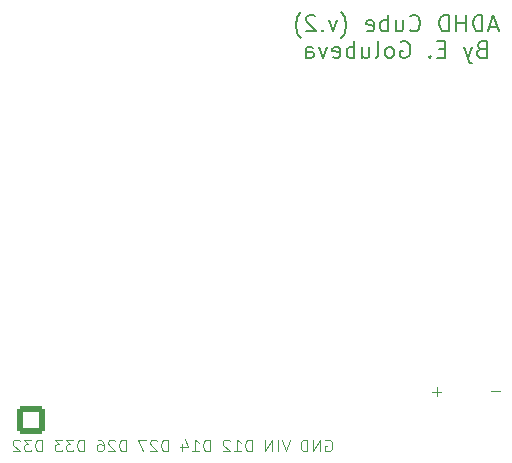
<source format=gbo>
%TF.GenerationSoftware,KiCad,Pcbnew,9.0.5*%
%TF.CreationDate,2025-12-28T15:34:22+02:00*%
%TF.ProjectId,base-schematic-02,62617365-2d73-4636-9865-6d617469632d,rev?*%
%TF.SameCoordinates,Original*%
%TF.FileFunction,Legend,Bot*%
%TF.FilePolarity,Positive*%
%FSLAX46Y46*%
G04 Gerber Fmt 4.6, Leading zero omitted, Abs format (unit mm)*
G04 Created by KiCad (PCBNEW 9.0.5) date 2025-12-28 15:34:22*
%MOMM*%
%LPD*%
G01*
G04 APERTURE LIST*
G04 Aperture macros list*
%AMRoundRect*
0 Rectangle with rounded corners*
0 $1 Rounding radius*
0 $2 $3 $4 $5 $6 $7 $8 $9 X,Y pos of 4 corners*
0 Add a 4 corners polygon primitive as box body*
4,1,4,$2,$3,$4,$5,$6,$7,$8,$9,$2,$3,0*
0 Add four circle primitives for the rounded corners*
1,1,$1+$1,$2,$3*
1,1,$1+$1,$4,$5*
1,1,$1+$1,$6,$7*
1,1,$1+$1,$8,$9*
0 Add four rect primitives between the rounded corners*
20,1,$1+$1,$2,$3,$4,$5,0*
20,1,$1+$1,$4,$5,$6,$7,0*
20,1,$1+$1,$6,$7,$8,$9,0*
20,1,$1+$1,$8,$9,$2,$3,0*%
G04 Aperture macros list end*
%ADD10C,0.100000*%
%ADD11C,0.200000*%
%ADD12R,1.700000X1.700000*%
%ADD13C,1.700000*%
%ADD14C,3.200000*%
%ADD15C,1.600000*%
%ADD16RoundRect,0.250001X-0.949999X-0.949999X0.949999X-0.949999X0.949999X0.949999X-0.949999X0.949999X0*%
%ADD17C,2.400000*%
G04 APERTURE END LIST*
D10*
X96696115Y-105641466D02*
X95934211Y-105641466D01*
X96315163Y-106022419D02*
X96315163Y-105260514D01*
X66451965Y-110692419D02*
X66451965Y-109692419D01*
X66451965Y-109692419D02*
X66213870Y-109692419D01*
X66213870Y-109692419D02*
X66071013Y-109740038D01*
X66071013Y-109740038D02*
X65975775Y-109835276D01*
X65975775Y-109835276D02*
X65928156Y-109930514D01*
X65928156Y-109930514D02*
X65880537Y-110120990D01*
X65880537Y-110120990D02*
X65880537Y-110263847D01*
X65880537Y-110263847D02*
X65928156Y-110454323D01*
X65928156Y-110454323D02*
X65975775Y-110549561D01*
X65975775Y-110549561D02*
X66071013Y-110644800D01*
X66071013Y-110644800D02*
X66213870Y-110692419D01*
X66213870Y-110692419D02*
X66451965Y-110692419D01*
X65547203Y-109692419D02*
X64928156Y-109692419D01*
X64928156Y-109692419D02*
X65261489Y-110073371D01*
X65261489Y-110073371D02*
X65118632Y-110073371D01*
X65118632Y-110073371D02*
X65023394Y-110120990D01*
X65023394Y-110120990D02*
X64975775Y-110168609D01*
X64975775Y-110168609D02*
X64928156Y-110263847D01*
X64928156Y-110263847D02*
X64928156Y-110501942D01*
X64928156Y-110501942D02*
X64975775Y-110597180D01*
X64975775Y-110597180D02*
X65023394Y-110644800D01*
X65023394Y-110644800D02*
X65118632Y-110692419D01*
X65118632Y-110692419D02*
X65404346Y-110692419D01*
X65404346Y-110692419D02*
X65499584Y-110644800D01*
X65499584Y-110644800D02*
X65547203Y-110597180D01*
X64594822Y-109692419D02*
X63975775Y-109692419D01*
X63975775Y-109692419D02*
X64309108Y-110073371D01*
X64309108Y-110073371D02*
X64166251Y-110073371D01*
X64166251Y-110073371D02*
X64071013Y-110120990D01*
X64071013Y-110120990D02*
X64023394Y-110168609D01*
X64023394Y-110168609D02*
X63975775Y-110263847D01*
X63975775Y-110263847D02*
X63975775Y-110501942D01*
X63975775Y-110501942D02*
X64023394Y-110597180D01*
X64023394Y-110597180D02*
X64071013Y-110644800D01*
X64071013Y-110644800D02*
X64166251Y-110692419D01*
X64166251Y-110692419D02*
X64451965Y-110692419D01*
X64451965Y-110692419D02*
X64547203Y-110644800D01*
X64547203Y-110644800D02*
X64594822Y-110597180D01*
X73563666Y-110692419D02*
X73563666Y-109692419D01*
X73563666Y-109692419D02*
X73325571Y-109692419D01*
X73325571Y-109692419D02*
X73182714Y-109740038D01*
X73182714Y-109740038D02*
X73087476Y-109835276D01*
X73087476Y-109835276D02*
X73039857Y-109930514D01*
X73039857Y-109930514D02*
X72992238Y-110120990D01*
X72992238Y-110120990D02*
X72992238Y-110263847D01*
X72992238Y-110263847D02*
X73039857Y-110454323D01*
X73039857Y-110454323D02*
X73087476Y-110549561D01*
X73087476Y-110549561D02*
X73182714Y-110644800D01*
X73182714Y-110644800D02*
X73325571Y-110692419D01*
X73325571Y-110692419D02*
X73563666Y-110692419D01*
X72611285Y-109787657D02*
X72563666Y-109740038D01*
X72563666Y-109740038D02*
X72468428Y-109692419D01*
X72468428Y-109692419D02*
X72230333Y-109692419D01*
X72230333Y-109692419D02*
X72135095Y-109740038D01*
X72135095Y-109740038D02*
X72087476Y-109787657D01*
X72087476Y-109787657D02*
X72039857Y-109882895D01*
X72039857Y-109882895D02*
X72039857Y-109978133D01*
X72039857Y-109978133D02*
X72087476Y-110120990D01*
X72087476Y-110120990D02*
X72658904Y-110692419D01*
X72658904Y-110692419D02*
X72039857Y-110692419D01*
X71706523Y-109692419D02*
X71039857Y-109692419D01*
X71039857Y-109692419D02*
X71468428Y-110692419D01*
X77119517Y-110692419D02*
X77119517Y-109692419D01*
X77119517Y-109692419D02*
X76881422Y-109692419D01*
X76881422Y-109692419D02*
X76738565Y-109740038D01*
X76738565Y-109740038D02*
X76643327Y-109835276D01*
X76643327Y-109835276D02*
X76595708Y-109930514D01*
X76595708Y-109930514D02*
X76548089Y-110120990D01*
X76548089Y-110120990D02*
X76548089Y-110263847D01*
X76548089Y-110263847D02*
X76595708Y-110454323D01*
X76595708Y-110454323D02*
X76643327Y-110549561D01*
X76643327Y-110549561D02*
X76738565Y-110644800D01*
X76738565Y-110644800D02*
X76881422Y-110692419D01*
X76881422Y-110692419D02*
X77119517Y-110692419D01*
X75595708Y-110692419D02*
X76167136Y-110692419D01*
X75881422Y-110692419D02*
X75881422Y-109692419D01*
X75881422Y-109692419D02*
X75976660Y-109835276D01*
X75976660Y-109835276D02*
X76071898Y-109930514D01*
X76071898Y-109930514D02*
X76167136Y-109978133D01*
X74738565Y-110025752D02*
X74738565Y-110692419D01*
X74976660Y-109644800D02*
X75214755Y-110359085D01*
X75214755Y-110359085D02*
X74595708Y-110359085D01*
X62896115Y-110692419D02*
X62896115Y-109692419D01*
X62896115Y-109692419D02*
X62658020Y-109692419D01*
X62658020Y-109692419D02*
X62515163Y-109740038D01*
X62515163Y-109740038D02*
X62419925Y-109835276D01*
X62419925Y-109835276D02*
X62372306Y-109930514D01*
X62372306Y-109930514D02*
X62324687Y-110120990D01*
X62324687Y-110120990D02*
X62324687Y-110263847D01*
X62324687Y-110263847D02*
X62372306Y-110454323D01*
X62372306Y-110454323D02*
X62419925Y-110549561D01*
X62419925Y-110549561D02*
X62515163Y-110644800D01*
X62515163Y-110644800D02*
X62658020Y-110692419D01*
X62658020Y-110692419D02*
X62896115Y-110692419D01*
X61991353Y-109692419D02*
X61372306Y-109692419D01*
X61372306Y-109692419D02*
X61705639Y-110073371D01*
X61705639Y-110073371D02*
X61562782Y-110073371D01*
X61562782Y-110073371D02*
X61467544Y-110120990D01*
X61467544Y-110120990D02*
X61419925Y-110168609D01*
X61419925Y-110168609D02*
X61372306Y-110263847D01*
X61372306Y-110263847D02*
X61372306Y-110501942D01*
X61372306Y-110501942D02*
X61419925Y-110597180D01*
X61419925Y-110597180D02*
X61467544Y-110644800D01*
X61467544Y-110644800D02*
X61562782Y-110692419D01*
X61562782Y-110692419D02*
X61848496Y-110692419D01*
X61848496Y-110692419D02*
X61943734Y-110644800D01*
X61943734Y-110644800D02*
X61991353Y-110597180D01*
X60991353Y-109787657D02*
X60943734Y-109740038D01*
X60943734Y-109740038D02*
X60848496Y-109692419D01*
X60848496Y-109692419D02*
X60610401Y-109692419D01*
X60610401Y-109692419D02*
X60515163Y-109740038D01*
X60515163Y-109740038D02*
X60467544Y-109787657D01*
X60467544Y-109787657D02*
X60419925Y-109882895D01*
X60419925Y-109882895D02*
X60419925Y-109978133D01*
X60419925Y-109978133D02*
X60467544Y-110120990D01*
X60467544Y-110120990D02*
X61038972Y-110692419D01*
X61038972Y-110692419D02*
X60419925Y-110692419D01*
X86882306Y-109740038D02*
X86977544Y-109692419D01*
X86977544Y-109692419D02*
X87120401Y-109692419D01*
X87120401Y-109692419D02*
X87263258Y-109740038D01*
X87263258Y-109740038D02*
X87358496Y-109835276D01*
X87358496Y-109835276D02*
X87406115Y-109930514D01*
X87406115Y-109930514D02*
X87453734Y-110120990D01*
X87453734Y-110120990D02*
X87453734Y-110263847D01*
X87453734Y-110263847D02*
X87406115Y-110454323D01*
X87406115Y-110454323D02*
X87358496Y-110549561D01*
X87358496Y-110549561D02*
X87263258Y-110644800D01*
X87263258Y-110644800D02*
X87120401Y-110692419D01*
X87120401Y-110692419D02*
X87025163Y-110692419D01*
X87025163Y-110692419D02*
X86882306Y-110644800D01*
X86882306Y-110644800D02*
X86834687Y-110597180D01*
X86834687Y-110597180D02*
X86834687Y-110263847D01*
X86834687Y-110263847D02*
X87025163Y-110263847D01*
X86406115Y-110692419D02*
X86406115Y-109692419D01*
X86406115Y-109692419D02*
X85834687Y-110692419D01*
X85834687Y-110692419D02*
X85834687Y-109692419D01*
X85358496Y-110692419D02*
X85358496Y-109692419D01*
X85358496Y-109692419D02*
X85120401Y-109692419D01*
X85120401Y-109692419D02*
X84977544Y-109740038D01*
X84977544Y-109740038D02*
X84882306Y-109835276D01*
X84882306Y-109835276D02*
X84834687Y-109930514D01*
X84834687Y-109930514D02*
X84787068Y-110120990D01*
X84787068Y-110120990D02*
X84787068Y-110263847D01*
X84787068Y-110263847D02*
X84834687Y-110454323D01*
X84834687Y-110454323D02*
X84882306Y-110549561D01*
X84882306Y-110549561D02*
X84977544Y-110644800D01*
X84977544Y-110644800D02*
X85120401Y-110692419D01*
X85120401Y-110692419D02*
X85358496Y-110692419D01*
X83850265Y-109692419D02*
X83516932Y-110692419D01*
X83516932Y-110692419D02*
X83183599Y-109692419D01*
X82850265Y-110692419D02*
X82850265Y-109692419D01*
X82374075Y-110692419D02*
X82374075Y-109692419D01*
X82374075Y-109692419D02*
X81802647Y-110692419D01*
X81802647Y-110692419D02*
X81802647Y-109692419D01*
D11*
X101446667Y-74730305D02*
X100780000Y-74730305D01*
X101580000Y-75130305D02*
X101113334Y-73730305D01*
X101113334Y-73730305D02*
X100646667Y-75130305D01*
X100180000Y-75130305D02*
X100180000Y-73730305D01*
X100180000Y-73730305D02*
X99846667Y-73730305D01*
X99846667Y-73730305D02*
X99646667Y-73796972D01*
X99646667Y-73796972D02*
X99513334Y-73930305D01*
X99513334Y-73930305D02*
X99446667Y-74063639D01*
X99446667Y-74063639D02*
X99380000Y-74330305D01*
X99380000Y-74330305D02*
X99380000Y-74530305D01*
X99380000Y-74530305D02*
X99446667Y-74796972D01*
X99446667Y-74796972D02*
X99513334Y-74930305D01*
X99513334Y-74930305D02*
X99646667Y-75063639D01*
X99646667Y-75063639D02*
X99846667Y-75130305D01*
X99846667Y-75130305D02*
X100180000Y-75130305D01*
X98780000Y-75130305D02*
X98780000Y-73730305D01*
X98780000Y-74396972D02*
X97980000Y-74396972D01*
X97980000Y-75130305D02*
X97980000Y-73730305D01*
X97313333Y-75130305D02*
X97313333Y-73730305D01*
X97313333Y-73730305D02*
X96980000Y-73730305D01*
X96980000Y-73730305D02*
X96780000Y-73796972D01*
X96780000Y-73796972D02*
X96646667Y-73930305D01*
X96646667Y-73930305D02*
X96580000Y-74063639D01*
X96580000Y-74063639D02*
X96513333Y-74330305D01*
X96513333Y-74330305D02*
X96513333Y-74530305D01*
X96513333Y-74530305D02*
X96580000Y-74796972D01*
X96580000Y-74796972D02*
X96646667Y-74930305D01*
X96646667Y-74930305D02*
X96780000Y-75063639D01*
X96780000Y-75063639D02*
X96980000Y-75130305D01*
X96980000Y-75130305D02*
X97313333Y-75130305D01*
X94046666Y-74996972D02*
X94113333Y-75063639D01*
X94113333Y-75063639D02*
X94313333Y-75130305D01*
X94313333Y-75130305D02*
X94446666Y-75130305D01*
X94446666Y-75130305D02*
X94646666Y-75063639D01*
X94646666Y-75063639D02*
X94780000Y-74930305D01*
X94780000Y-74930305D02*
X94846666Y-74796972D01*
X94846666Y-74796972D02*
X94913333Y-74530305D01*
X94913333Y-74530305D02*
X94913333Y-74330305D01*
X94913333Y-74330305D02*
X94846666Y-74063639D01*
X94846666Y-74063639D02*
X94780000Y-73930305D01*
X94780000Y-73930305D02*
X94646666Y-73796972D01*
X94646666Y-73796972D02*
X94446666Y-73730305D01*
X94446666Y-73730305D02*
X94313333Y-73730305D01*
X94313333Y-73730305D02*
X94113333Y-73796972D01*
X94113333Y-73796972D02*
X94046666Y-73863639D01*
X92846666Y-74196972D02*
X92846666Y-75130305D01*
X93446666Y-74196972D02*
X93446666Y-74930305D01*
X93446666Y-74930305D02*
X93380000Y-75063639D01*
X93380000Y-75063639D02*
X93246666Y-75130305D01*
X93246666Y-75130305D02*
X93046666Y-75130305D01*
X93046666Y-75130305D02*
X92913333Y-75063639D01*
X92913333Y-75063639D02*
X92846666Y-74996972D01*
X92179999Y-75130305D02*
X92179999Y-73730305D01*
X92179999Y-74263639D02*
X92046666Y-74196972D01*
X92046666Y-74196972D02*
X91779999Y-74196972D01*
X91779999Y-74196972D02*
X91646666Y-74263639D01*
X91646666Y-74263639D02*
X91579999Y-74330305D01*
X91579999Y-74330305D02*
X91513333Y-74463639D01*
X91513333Y-74463639D02*
X91513333Y-74863639D01*
X91513333Y-74863639D02*
X91579999Y-74996972D01*
X91579999Y-74996972D02*
X91646666Y-75063639D01*
X91646666Y-75063639D02*
X91779999Y-75130305D01*
X91779999Y-75130305D02*
X92046666Y-75130305D01*
X92046666Y-75130305D02*
X92179999Y-75063639D01*
X90379999Y-75063639D02*
X90513332Y-75130305D01*
X90513332Y-75130305D02*
X90779999Y-75130305D01*
X90779999Y-75130305D02*
X90913332Y-75063639D01*
X90913332Y-75063639D02*
X90979999Y-74930305D01*
X90979999Y-74930305D02*
X90979999Y-74396972D01*
X90979999Y-74396972D02*
X90913332Y-74263639D01*
X90913332Y-74263639D02*
X90779999Y-74196972D01*
X90779999Y-74196972D02*
X90513332Y-74196972D01*
X90513332Y-74196972D02*
X90379999Y-74263639D01*
X90379999Y-74263639D02*
X90313332Y-74396972D01*
X90313332Y-74396972D02*
X90313332Y-74530305D01*
X90313332Y-74530305D02*
X90979999Y-74663639D01*
X88246665Y-75663639D02*
X88313332Y-75596972D01*
X88313332Y-75596972D02*
X88446665Y-75396972D01*
X88446665Y-75396972D02*
X88513332Y-75263639D01*
X88513332Y-75263639D02*
X88579999Y-75063639D01*
X88579999Y-75063639D02*
X88646665Y-74730305D01*
X88646665Y-74730305D02*
X88646665Y-74463639D01*
X88646665Y-74463639D02*
X88579999Y-74130305D01*
X88579999Y-74130305D02*
X88513332Y-73930305D01*
X88513332Y-73930305D02*
X88446665Y-73796972D01*
X88446665Y-73796972D02*
X88313332Y-73596972D01*
X88313332Y-73596972D02*
X88246665Y-73530305D01*
X87846666Y-74196972D02*
X87513332Y-75130305D01*
X87513332Y-75130305D02*
X87179999Y-74196972D01*
X86646665Y-74996972D02*
X86579999Y-75063639D01*
X86579999Y-75063639D02*
X86646665Y-75130305D01*
X86646665Y-75130305D02*
X86713332Y-75063639D01*
X86713332Y-75063639D02*
X86646665Y-74996972D01*
X86646665Y-74996972D02*
X86646665Y-75130305D01*
X86046665Y-73863639D02*
X85979998Y-73796972D01*
X85979998Y-73796972D02*
X85846665Y-73730305D01*
X85846665Y-73730305D02*
X85513332Y-73730305D01*
X85513332Y-73730305D02*
X85379998Y-73796972D01*
X85379998Y-73796972D02*
X85313332Y-73863639D01*
X85313332Y-73863639D02*
X85246665Y-73996972D01*
X85246665Y-73996972D02*
X85246665Y-74130305D01*
X85246665Y-74130305D02*
X85313332Y-74330305D01*
X85313332Y-74330305D02*
X86113332Y-75130305D01*
X86113332Y-75130305D02*
X85246665Y-75130305D01*
X84779999Y-75663639D02*
X84713332Y-75596972D01*
X84713332Y-75596972D02*
X84579999Y-75396972D01*
X84579999Y-75396972D02*
X84513332Y-75263639D01*
X84513332Y-75263639D02*
X84446665Y-75063639D01*
X84446665Y-75063639D02*
X84379999Y-74730305D01*
X84379999Y-74730305D02*
X84379999Y-74463639D01*
X84379999Y-74463639D02*
X84446665Y-74130305D01*
X84446665Y-74130305D02*
X84513332Y-73930305D01*
X84513332Y-73930305D02*
X84579999Y-73796972D01*
X84579999Y-73796972D02*
X84713332Y-73596972D01*
X84713332Y-73596972D02*
X84779999Y-73530305D01*
X100080001Y-76650894D02*
X99880001Y-76717561D01*
X99880001Y-76717561D02*
X99813334Y-76784227D01*
X99813334Y-76784227D02*
X99746667Y-76917561D01*
X99746667Y-76917561D02*
X99746667Y-77117561D01*
X99746667Y-77117561D02*
X99813334Y-77250894D01*
X99813334Y-77250894D02*
X99880001Y-77317561D01*
X99880001Y-77317561D02*
X100013334Y-77384227D01*
X100013334Y-77384227D02*
X100546667Y-77384227D01*
X100546667Y-77384227D02*
X100546667Y-75984227D01*
X100546667Y-75984227D02*
X100080001Y-75984227D01*
X100080001Y-75984227D02*
X99946667Y-76050894D01*
X99946667Y-76050894D02*
X99880001Y-76117561D01*
X99880001Y-76117561D02*
X99813334Y-76250894D01*
X99813334Y-76250894D02*
X99813334Y-76384227D01*
X99813334Y-76384227D02*
X99880001Y-76517561D01*
X99880001Y-76517561D02*
X99946667Y-76584227D01*
X99946667Y-76584227D02*
X100080001Y-76650894D01*
X100080001Y-76650894D02*
X100546667Y-76650894D01*
X99280001Y-76450894D02*
X98946667Y-77384227D01*
X98613334Y-76450894D02*
X98946667Y-77384227D01*
X98946667Y-77384227D02*
X99080001Y-77717561D01*
X99080001Y-77717561D02*
X99146667Y-77784227D01*
X99146667Y-77784227D02*
X99280001Y-77850894D01*
X97013333Y-76650894D02*
X96546667Y-76650894D01*
X96346667Y-77384227D02*
X97013333Y-77384227D01*
X97013333Y-77384227D02*
X97013333Y-75984227D01*
X97013333Y-75984227D02*
X96346667Y-75984227D01*
X95746666Y-77250894D02*
X95680000Y-77317561D01*
X95680000Y-77317561D02*
X95746666Y-77384227D01*
X95746666Y-77384227D02*
X95813333Y-77317561D01*
X95813333Y-77317561D02*
X95746666Y-77250894D01*
X95746666Y-77250894D02*
X95746666Y-77384227D01*
X93279999Y-76050894D02*
X93413332Y-75984227D01*
X93413332Y-75984227D02*
X93613332Y-75984227D01*
X93613332Y-75984227D02*
X93813332Y-76050894D01*
X93813332Y-76050894D02*
X93946666Y-76184227D01*
X93946666Y-76184227D02*
X94013332Y-76317561D01*
X94013332Y-76317561D02*
X94079999Y-76584227D01*
X94079999Y-76584227D02*
X94079999Y-76784227D01*
X94079999Y-76784227D02*
X94013332Y-77050894D01*
X94013332Y-77050894D02*
X93946666Y-77184227D01*
X93946666Y-77184227D02*
X93813332Y-77317561D01*
X93813332Y-77317561D02*
X93613332Y-77384227D01*
X93613332Y-77384227D02*
X93479999Y-77384227D01*
X93479999Y-77384227D02*
X93279999Y-77317561D01*
X93279999Y-77317561D02*
X93213332Y-77250894D01*
X93213332Y-77250894D02*
X93213332Y-76784227D01*
X93213332Y-76784227D02*
X93479999Y-76784227D01*
X92413332Y-77384227D02*
X92546666Y-77317561D01*
X92546666Y-77317561D02*
X92613332Y-77250894D01*
X92613332Y-77250894D02*
X92679999Y-77117561D01*
X92679999Y-77117561D02*
X92679999Y-76717561D01*
X92679999Y-76717561D02*
X92613332Y-76584227D01*
X92613332Y-76584227D02*
X92546666Y-76517561D01*
X92546666Y-76517561D02*
X92413332Y-76450894D01*
X92413332Y-76450894D02*
X92213332Y-76450894D01*
X92213332Y-76450894D02*
X92079999Y-76517561D01*
X92079999Y-76517561D02*
X92013332Y-76584227D01*
X92013332Y-76584227D02*
X91946666Y-76717561D01*
X91946666Y-76717561D02*
X91946666Y-77117561D01*
X91946666Y-77117561D02*
X92013332Y-77250894D01*
X92013332Y-77250894D02*
X92079999Y-77317561D01*
X92079999Y-77317561D02*
X92213332Y-77384227D01*
X92213332Y-77384227D02*
X92413332Y-77384227D01*
X91146665Y-77384227D02*
X91279999Y-77317561D01*
X91279999Y-77317561D02*
X91346665Y-77184227D01*
X91346665Y-77184227D02*
X91346665Y-75984227D01*
X90013332Y-76450894D02*
X90013332Y-77384227D01*
X90613332Y-76450894D02*
X90613332Y-77184227D01*
X90613332Y-77184227D02*
X90546666Y-77317561D01*
X90546666Y-77317561D02*
X90413332Y-77384227D01*
X90413332Y-77384227D02*
X90213332Y-77384227D01*
X90213332Y-77384227D02*
X90079999Y-77317561D01*
X90079999Y-77317561D02*
X90013332Y-77250894D01*
X89346665Y-77384227D02*
X89346665Y-75984227D01*
X89346665Y-76517561D02*
X89213332Y-76450894D01*
X89213332Y-76450894D02*
X88946665Y-76450894D01*
X88946665Y-76450894D02*
X88813332Y-76517561D01*
X88813332Y-76517561D02*
X88746665Y-76584227D01*
X88746665Y-76584227D02*
X88679999Y-76717561D01*
X88679999Y-76717561D02*
X88679999Y-77117561D01*
X88679999Y-77117561D02*
X88746665Y-77250894D01*
X88746665Y-77250894D02*
X88813332Y-77317561D01*
X88813332Y-77317561D02*
X88946665Y-77384227D01*
X88946665Y-77384227D02*
X89213332Y-77384227D01*
X89213332Y-77384227D02*
X89346665Y-77317561D01*
X87546665Y-77317561D02*
X87679998Y-77384227D01*
X87679998Y-77384227D02*
X87946665Y-77384227D01*
X87946665Y-77384227D02*
X88079998Y-77317561D01*
X88079998Y-77317561D02*
X88146665Y-77184227D01*
X88146665Y-77184227D02*
X88146665Y-76650894D01*
X88146665Y-76650894D02*
X88079998Y-76517561D01*
X88079998Y-76517561D02*
X87946665Y-76450894D01*
X87946665Y-76450894D02*
X87679998Y-76450894D01*
X87679998Y-76450894D02*
X87546665Y-76517561D01*
X87546665Y-76517561D02*
X87479998Y-76650894D01*
X87479998Y-76650894D02*
X87479998Y-76784227D01*
X87479998Y-76784227D02*
X88146665Y-76917561D01*
X87013332Y-76450894D02*
X86679998Y-77384227D01*
X86679998Y-77384227D02*
X86346665Y-76450894D01*
X85213331Y-77384227D02*
X85213331Y-76650894D01*
X85213331Y-76650894D02*
X85279998Y-76517561D01*
X85279998Y-76517561D02*
X85413331Y-76450894D01*
X85413331Y-76450894D02*
X85679998Y-76450894D01*
X85679998Y-76450894D02*
X85813331Y-76517561D01*
X85213331Y-77317561D02*
X85346665Y-77384227D01*
X85346665Y-77384227D02*
X85679998Y-77384227D01*
X85679998Y-77384227D02*
X85813331Y-77317561D01*
X85813331Y-77317561D02*
X85879998Y-77184227D01*
X85879998Y-77184227D02*
X85879998Y-77050894D01*
X85879998Y-77050894D02*
X85813331Y-76917561D01*
X85813331Y-76917561D02*
X85679998Y-76850894D01*
X85679998Y-76850894D02*
X85346665Y-76850894D01*
X85346665Y-76850894D02*
X85213331Y-76784227D01*
D10*
X70007816Y-110692419D02*
X70007816Y-109692419D01*
X70007816Y-109692419D02*
X69769721Y-109692419D01*
X69769721Y-109692419D02*
X69626864Y-109740038D01*
X69626864Y-109740038D02*
X69531626Y-109835276D01*
X69531626Y-109835276D02*
X69484007Y-109930514D01*
X69484007Y-109930514D02*
X69436388Y-110120990D01*
X69436388Y-110120990D02*
X69436388Y-110263847D01*
X69436388Y-110263847D02*
X69484007Y-110454323D01*
X69484007Y-110454323D02*
X69531626Y-110549561D01*
X69531626Y-110549561D02*
X69626864Y-110644800D01*
X69626864Y-110644800D02*
X69769721Y-110692419D01*
X69769721Y-110692419D02*
X70007816Y-110692419D01*
X69055435Y-109787657D02*
X69007816Y-109740038D01*
X69007816Y-109740038D02*
X68912578Y-109692419D01*
X68912578Y-109692419D02*
X68674483Y-109692419D01*
X68674483Y-109692419D02*
X68579245Y-109740038D01*
X68579245Y-109740038D02*
X68531626Y-109787657D01*
X68531626Y-109787657D02*
X68484007Y-109882895D01*
X68484007Y-109882895D02*
X68484007Y-109978133D01*
X68484007Y-109978133D02*
X68531626Y-110120990D01*
X68531626Y-110120990D02*
X69103054Y-110692419D01*
X69103054Y-110692419D02*
X68484007Y-110692419D01*
X67626864Y-109692419D02*
X67817340Y-109692419D01*
X67817340Y-109692419D02*
X67912578Y-109740038D01*
X67912578Y-109740038D02*
X67960197Y-109787657D01*
X67960197Y-109787657D02*
X68055435Y-109930514D01*
X68055435Y-109930514D02*
X68103054Y-110120990D01*
X68103054Y-110120990D02*
X68103054Y-110501942D01*
X68103054Y-110501942D02*
X68055435Y-110597180D01*
X68055435Y-110597180D02*
X68007816Y-110644800D01*
X68007816Y-110644800D02*
X67912578Y-110692419D01*
X67912578Y-110692419D02*
X67722102Y-110692419D01*
X67722102Y-110692419D02*
X67626864Y-110644800D01*
X67626864Y-110644800D02*
X67579245Y-110597180D01*
X67579245Y-110597180D02*
X67531626Y-110501942D01*
X67531626Y-110501942D02*
X67531626Y-110263847D01*
X67531626Y-110263847D02*
X67579245Y-110168609D01*
X67579245Y-110168609D02*
X67626864Y-110120990D01*
X67626864Y-110120990D02*
X67722102Y-110073371D01*
X67722102Y-110073371D02*
X67912578Y-110073371D01*
X67912578Y-110073371D02*
X68007816Y-110120990D01*
X68007816Y-110120990D02*
X68055435Y-110168609D01*
X68055435Y-110168609D02*
X68103054Y-110263847D01*
X80675367Y-110692419D02*
X80675367Y-109692419D01*
X80675367Y-109692419D02*
X80437272Y-109692419D01*
X80437272Y-109692419D02*
X80294415Y-109740038D01*
X80294415Y-109740038D02*
X80199177Y-109835276D01*
X80199177Y-109835276D02*
X80151558Y-109930514D01*
X80151558Y-109930514D02*
X80103939Y-110120990D01*
X80103939Y-110120990D02*
X80103939Y-110263847D01*
X80103939Y-110263847D02*
X80151558Y-110454323D01*
X80151558Y-110454323D02*
X80199177Y-110549561D01*
X80199177Y-110549561D02*
X80294415Y-110644800D01*
X80294415Y-110644800D02*
X80437272Y-110692419D01*
X80437272Y-110692419D02*
X80675367Y-110692419D01*
X79151558Y-110692419D02*
X79722986Y-110692419D01*
X79437272Y-110692419D02*
X79437272Y-109692419D01*
X79437272Y-109692419D02*
X79532510Y-109835276D01*
X79532510Y-109835276D02*
X79627748Y-109930514D01*
X79627748Y-109930514D02*
X79722986Y-109978133D01*
X78770605Y-109787657D02*
X78722986Y-109740038D01*
X78722986Y-109740038D02*
X78627748Y-109692419D01*
X78627748Y-109692419D02*
X78389653Y-109692419D01*
X78389653Y-109692419D02*
X78294415Y-109740038D01*
X78294415Y-109740038D02*
X78246796Y-109787657D01*
X78246796Y-109787657D02*
X78199177Y-109882895D01*
X78199177Y-109882895D02*
X78199177Y-109978133D01*
X78199177Y-109978133D02*
X78246796Y-110120990D01*
X78246796Y-110120990D02*
X78818224Y-110692419D01*
X78818224Y-110692419D02*
X78199177Y-110692419D01*
X101636115Y-105591466D02*
X100874211Y-105591466D01*
%LPC*%
D12*
%TO.C,J2*%
X79400000Y-59460000D03*
D13*
X79400000Y-62000000D03*
X79400000Y-64540000D03*
X79400000Y-67080000D03*
X79400000Y-69620000D03*
X79400000Y-72160000D03*
X79400000Y-74700000D03*
X79400000Y-77240000D03*
X79400000Y-79780000D03*
X79400000Y-82320000D03*
X79400000Y-84860000D03*
X79400000Y-87400000D03*
X79400000Y-89940000D03*
X79400000Y-92480000D03*
X79400000Y-95020000D03*
%TD*%
D12*
%TO.C,J1*%
X54000000Y-59460000D03*
D13*
X54000000Y-62000000D03*
X54000000Y-64540000D03*
X54000000Y-67080000D03*
X54000000Y-69620000D03*
X54000000Y-72160000D03*
X54000000Y-74700000D03*
X54000000Y-77240000D03*
X54000000Y-79780000D03*
X54000000Y-82320000D03*
X54000000Y-84860000D03*
X54000000Y-87400000D03*
X54000000Y-89940000D03*
X54000000Y-92480000D03*
X54000000Y-95020000D03*
%TD*%
D14*
%TO.C,H1*%
X53600000Y-53600000D03*
%TD*%
D15*
%TO.C,R2*%
X63053000Y-89255000D03*
X63053000Y-96875000D03*
%TD*%
%TO.C,R1*%
X59810000Y-89255000D03*
X59810000Y-96875000D03*
%TD*%
D12*
%TO.C,J3-DAC1*%
X90750000Y-55325000D03*
D13*
X93290000Y-55325000D03*
X95830000Y-55325000D03*
X98370000Y-55325000D03*
X100910000Y-55325000D03*
X103450000Y-55325000D03*
X105990000Y-55325000D03*
%TD*%
D14*
%TO.C,H4*%
X53600000Y-111400000D03*
%TD*%
D15*
%TO.C,R4*%
X69539000Y-89255000D03*
X69539000Y-96875000D03*
%TD*%
%TO.C,C2*%
X96160000Y-107270000D03*
X101160000Y-107270000D03*
%TD*%
%TO.C,R6*%
X76025000Y-89255000D03*
X76025000Y-96875000D03*
%TD*%
%TO.C,R5*%
X72782000Y-89255000D03*
X72782000Y-96875000D03*
%TD*%
%TO.C,R3*%
X66296000Y-89255000D03*
X66296000Y-96875000D03*
%TD*%
D16*
%TO.C,J4*%
X62000000Y-108000000D03*
D17*
X65500000Y-108000000D03*
X69000000Y-108000000D03*
X72500000Y-108000000D03*
X76000000Y-108000000D03*
X79500000Y-108000000D03*
X83000000Y-108000000D03*
X86500000Y-108000000D03*
%TD*%
D14*
%TO.C,H3*%
X111450000Y-111430000D03*
%TD*%
%TO.C,H2*%
X111400000Y-53600000D03*
%TD*%
D12*
%TO.C,J4-IMU1*%
X107009138Y-95394959D03*
D13*
X104469138Y-95394959D03*
X101929138Y-95394959D03*
X99389138Y-95394959D03*
X96849138Y-95394959D03*
X94309138Y-95394959D03*
X91769138Y-95394959D03*
X89229138Y-95394959D03*
%TD*%
%LPD*%
M02*

</source>
